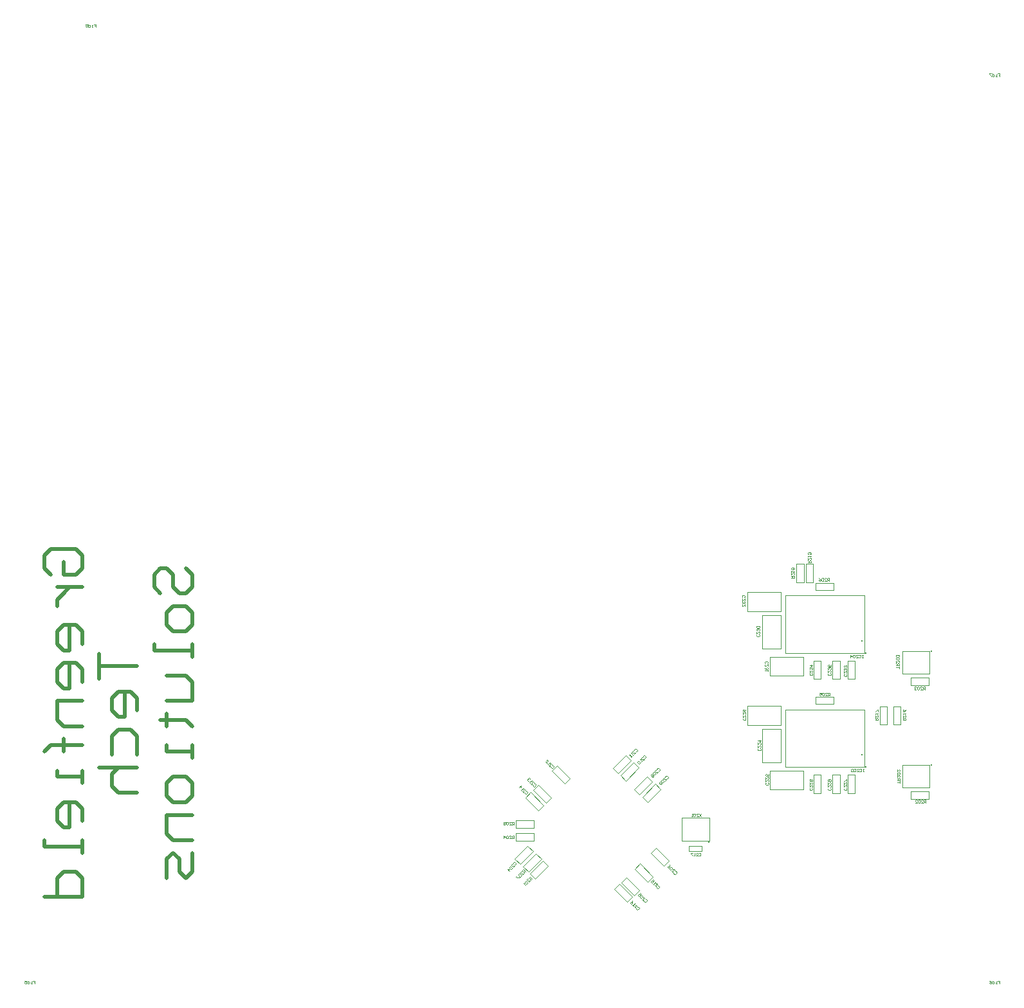
<source format=gbr>
%TF.GenerationSoftware,Altium Limited,Altium Designer,22.2.1 (43)*%
G04 Layer_Color=32896*
%FSLAX26Y26*%
%MOIN*%
%TF.SameCoordinates,92DA24ED-A250-4A13-B4DD-B7D196A9CFE6*%
%TF.FilePolarity,Positive*%
%TF.FileFunction,Legend,Bot*%
%TF.Part,Single*%
G01*
G75*
%TA.AperFunction,NonConductor*%
%ADD97C,0.003937*%
%ADD98C,0.001000*%
%ADD99C,0.001968*%
%ADD100C,0.020000*%
%ADD101C,0.003000*%
%ADD102R,0.009842X0.009842*%
%ADD103R,0.007874X0.007874*%
%ADD104R,0.005906X0.005906*%
D97*
X4952756Y2803150D02*
X5362205D01*
X4952756Y3102362D02*
X5362205D01*
X4952756Y2803150D02*
Y3102362D01*
X5362205Y2803150D02*
Y3102362D01*
X4952756Y2212598D02*
X5362205D01*
X4952756Y2511811D02*
X5362205D01*
X4952756Y2212598D02*
Y2511811D01*
X5362205Y2212598D02*
Y2511811D01*
D98*
X5059740Y3171260D02*
X5097740D01*
X5059740D02*
Y3265748D01*
X5097740D01*
Y3171260D02*
Y3265748D01*
X3618397Y1802747D02*
X3645267Y1775877D01*
X3578454Y1709064D02*
X3645267Y1775877D01*
X3551584Y1735934D02*
X3578454Y1709064D01*
X3551584Y1735934D02*
X3618397Y1802747D01*
X4102765Y1614460D02*
X4129635Y1641330D01*
X4196448Y1574517D01*
X4169578Y1547647D02*
X4196448Y1574517D01*
X4102765Y1614460D02*
X4169578Y1547647D01*
X4256308Y1768003D02*
X4283178Y1794873D01*
X4349991Y1728060D01*
X4323121Y1701190D02*
X4349991Y1728060D01*
X4256308Y1768003D02*
X4323121Y1701190D01*
X4213001Y2058769D02*
X4239871Y2031899D01*
X4213001Y2058769D02*
X4279814Y2125582D01*
X4306684Y2098712D01*
X4239871Y2031899D02*
X4306684Y2098712D01*
X4169694Y2098139D02*
X4196564Y2071269D01*
X4169694Y2098139D02*
X4236507Y2164952D01*
X4263377Y2138082D01*
X4196564Y2071269D02*
X4263377Y2138082D01*
X4098828Y2169005D02*
X4125698Y2142135D01*
X4098828Y2169005D02*
X4165641Y2235818D01*
X4192511Y2208948D01*
X4125698Y2142135D02*
X4192511Y2208948D01*
X4059457Y2208375D02*
X4086328Y2181505D01*
X4059457Y2208375D02*
X4126271Y2275188D01*
X4153141Y2248318D01*
X4086328Y2181505D02*
X4153141Y2248318D01*
X3811310Y2126387D02*
X3838180Y2153257D01*
X3744497Y2193200D02*
X3811310Y2126387D01*
X3744497Y2193200D02*
X3771367Y2220070D01*
X3838180Y2153257D01*
X3712885Y2027961D02*
X3739755Y2054831D01*
X3646072Y2094775D02*
X3712885Y2027961D01*
X3646072Y2094775D02*
X3672942Y2121645D01*
X3739755Y2054831D01*
X3673515Y1988591D02*
X3700385Y2015461D01*
X3606702Y2055405D02*
X3673515Y1988591D01*
X3606702Y2055405D02*
X3633572Y2082275D01*
X3700385Y2015461D01*
X4173631Y1685326D02*
X4200501Y1712196D01*
X4267314Y1645383D01*
X4240444Y1618513D02*
X4267314Y1645383D01*
X4173631Y1685326D02*
X4240444Y1618513D01*
X4067331Y1579027D02*
X4094202Y1605897D01*
X4161015Y1539083D01*
X4134145Y1512213D02*
X4161015Y1539083D01*
X4067331Y1579027D02*
X4134145Y1512213D01*
X4454724Y1778339D02*
X4521654D01*
Y1804339D01*
X4454724D02*
X4521654D01*
X4454724Y1778339D02*
Y1804339D01*
X5276276Y2173228D02*
X5314276D01*
Y2078740D02*
Y2173228D01*
X5276276Y2078740D02*
X5314276D01*
X5276276D02*
Y2173228D01*
X5099110D02*
X5137110D01*
Y2078740D02*
Y2173228D01*
X5099110Y2078740D02*
X5137110D01*
X5099110D02*
Y2173228D01*
X5197535D02*
X5235535D01*
Y2078740D02*
Y2173228D01*
X5197535Y2078740D02*
X5235535D01*
X5197535D02*
Y2173228D01*
X5276276Y2763780D02*
X5314276D01*
Y2669291D02*
Y2763780D01*
X5276276Y2669291D02*
X5314276D01*
X5276276D02*
Y2763780D01*
X5099110D02*
X5137110D01*
Y2669291D02*
Y2763780D01*
X5099110Y2669291D02*
X5137110D01*
X5099110D02*
Y2763780D01*
X5197535D02*
X5235535D01*
Y2669291D02*
Y2763780D01*
X5197535Y2669291D02*
X5235535D01*
X5197535D02*
Y2763780D01*
X5602362Y2047929D02*
Y2085929D01*
X5696850D01*
Y2047929D02*
Y2085929D01*
X5602362Y2047929D02*
X5696850D01*
X5602362Y2638480D02*
Y2676480D01*
X5696850D01*
Y2638480D02*
Y2676480D01*
X5602362Y2638480D02*
X5696850D01*
X5204724Y2540055D02*
Y2578055D01*
X5110236Y2540055D02*
X5204724D01*
X5110236D02*
Y2578055D01*
X5204724D01*
Y3130606D02*
Y3168606D01*
X5110236Y3130606D02*
X5204724D01*
X5110236D02*
Y3168606D01*
X5204724D01*
X3649606Y1898323D02*
Y1936323D01*
X3555118Y1898323D02*
X3649606D01*
X3555118D02*
Y1936323D01*
X3649606D01*
X3594891Y1696564D02*
X3621761Y1669694D01*
X3594891Y1696564D02*
X3661704Y1763377D01*
X3688574Y1736507D01*
X3621761Y1669694D02*
X3688574Y1736507D01*
X3630324Y1661131D02*
X3657194Y1634261D01*
X3630324Y1661131D02*
X3697137Y1727944D01*
X3724007Y1701074D01*
X3657194Y1634261D02*
X3724007Y1701074D01*
X3649606Y1831394D02*
Y1869394D01*
X3555118Y1831394D02*
X3649606D01*
X3555118D02*
Y1869394D01*
X3649606D01*
X5512496Y2433071D02*
X5550496D01*
X5512496D02*
Y2527559D01*
X5550496D01*
Y2433071D02*
Y2527559D01*
X5443598Y2433071D02*
X5481598D01*
X5443598D02*
Y2527559D01*
X5481598D01*
Y2433071D02*
Y2527559D01*
X5010528Y3171260D02*
X5048528D01*
X5010528D02*
Y3265748D01*
X5048528D01*
Y3171260D02*
Y3265748D01*
D99*
X5700787Y2696848D02*
Y2814961D01*
X5559052Y2696848D02*
Y2814961D01*
Y2696848D02*
X5700787D01*
X5559052Y2814961D02*
X5700787D01*
X5047244Y2687008D02*
Y2785433D01*
X4873693Y2687008D02*
X5047244D01*
X4873693D02*
Y2785433D01*
X5047244D01*
X4417318Y1830709D02*
X4559055D01*
X4417318Y1948822D02*
X4559055D01*
X4417318Y1830709D02*
Y1948822D01*
X4559055Y1830709D02*
Y1948822D01*
X4832677Y2409449D02*
X4931102D01*
Y2235898D02*
Y2409449D01*
X4832677Y2235898D02*
X4931102D01*
X4832677D02*
Y2409449D01*
X5047244Y2096457D02*
Y2194882D01*
X4873693Y2096457D02*
X5047244D01*
X4873693D02*
Y2194882D01*
X5047244D01*
X4929134Y2431102D02*
Y2529528D01*
X4755583Y2431102D02*
X4929134D01*
X4755583D02*
Y2529528D01*
X4929134D01*
X4832677Y3000000D02*
X4931102D01*
Y2826449D02*
Y3000000D01*
X4832677Y2826449D02*
X4931102D01*
X4832677D02*
Y3000000D01*
X4929134Y3021654D02*
Y3120079D01*
X4755583Y3021654D02*
X4929134D01*
X4755583D02*
Y3120079D01*
X4929134D01*
X5700787Y2106296D02*
Y2224409D01*
X5559052Y2106296D02*
Y2224409D01*
Y2106296D02*
X5700787D01*
X5559052Y2224409D02*
X5700787D01*
D100*
X1146323Y3211693D02*
X1113526Y3244491D01*
Y3310087D01*
X1146323Y3342885D01*
X1277515D01*
X1310312Y3310087D01*
Y3244491D01*
X1277515Y3211693D01*
X1211919D01*
Y3277289D01*
X1179121Y3146098D02*
X1310312D01*
X1244717D01*
X1211919Y3113300D01*
X1179121Y3080502D01*
Y3047704D01*
X1310312Y2850918D02*
Y2916513D01*
X1277515Y2949311D01*
X1211919D01*
X1179121Y2916513D01*
Y2850918D01*
X1211919Y2818120D01*
X1244717D01*
Y2949311D01*
X1310312Y2654131D02*
Y2719726D01*
X1277515Y2752524D01*
X1211919D01*
X1179121Y2719726D01*
Y2654131D01*
X1211919Y2621333D01*
X1244717D01*
Y2752524D01*
X1310312Y2555737D02*
X1179121D01*
Y2457344D01*
X1211919Y2424546D01*
X1310312D01*
Y2326153D02*
X1146323D01*
X1211919D01*
Y2358950D01*
Y2293355D01*
Y2326153D01*
X1146323D01*
X1113526Y2293355D01*
X1310312Y2194961D02*
Y2129366D01*
Y2162164D01*
X1179121D01*
Y2194961D01*
X1310312Y1932579D02*
Y1998175D01*
X1277515Y2030973D01*
X1211919D01*
X1179121Y1998175D01*
Y1932579D01*
X1211919Y1899781D01*
X1244717D01*
Y2030973D01*
X1310312Y1834186D02*
Y1768590D01*
Y1801388D01*
X1113526D01*
Y1834186D01*
Y1539005D02*
X1310312D01*
Y1637399D01*
X1277515Y1670197D01*
X1211919D01*
X1179121Y1637399D01*
Y1539005D01*
X1397670Y2801721D02*
Y2670530D01*
Y2736125D01*
X1594457D01*
Y2506541D02*
Y2572136D01*
X1561659Y2604934D01*
X1496063D01*
X1463265Y2572136D01*
Y2506541D01*
X1496063Y2473743D01*
X1528861D01*
Y2604934D01*
X1463265Y2276956D02*
Y2375349D01*
X1496063Y2408147D01*
X1561659D01*
X1594457Y2375349D01*
Y2276956D01*
X1397670Y2211360D02*
X1594457D01*
X1496063D01*
X1463265Y2178563D01*
Y2112967D01*
X1496063Y2080169D01*
X1594457D01*
X1714612Y3113300D02*
X1681814Y3146098D01*
Y3211693D01*
X1714612Y3244491D01*
X1747410D01*
X1780207Y3211693D01*
Y3146098D01*
X1813005Y3113300D01*
X1845803D01*
X1878601Y3146098D01*
Y3211693D01*
X1845803Y3244491D01*
X1878601Y3014907D02*
Y2949311D01*
X1845803Y2916513D01*
X1780207D01*
X1747410Y2949311D01*
Y3014907D01*
X1780207Y3047704D01*
X1845803D01*
X1878601Y3014907D01*
Y2850918D02*
Y2785322D01*
Y2818120D01*
X1681814D01*
Y2850918D01*
X1747410Y2686928D02*
X1845803D01*
X1878601Y2654131D01*
Y2555737D01*
X1747410D01*
X1714612Y2457344D02*
X1747410D01*
Y2490142D01*
Y2424546D01*
Y2457344D01*
X1845803D01*
X1878601Y2424546D01*
Y2326153D02*
Y2260557D01*
Y2293355D01*
X1747410D01*
Y2326153D01*
X1878601Y2129366D02*
Y2063770D01*
X1845803Y2030973D01*
X1780207D01*
X1747410Y2063770D01*
Y2129366D01*
X1780207Y2162164D01*
X1845803D01*
X1878601Y2129366D01*
Y1965377D02*
X1747410D01*
Y1866984D01*
X1780207Y1834186D01*
X1878601D01*
Y1768590D02*
Y1670197D01*
X1845803Y1637399D01*
X1813005Y1670197D01*
Y1735792D01*
X1780207Y1768590D01*
X1747410Y1735792D01*
Y1637399D01*
D101*
X5071502Y3273758D02*
X5086498D01*
Y3281256D01*
X5083998Y3283755D01*
X5079000D01*
X5076501Y3281256D01*
Y3273758D01*
Y3278757D02*
X5071502Y3283755D01*
Y3298750D02*
Y3288754D01*
X5081499Y3298750D01*
X5083998D01*
X5086498Y3296251D01*
Y3291253D01*
X5083998Y3288754D01*
X5071502Y3303749D02*
Y3308747D01*
Y3306248D01*
X5086498D01*
X5083998Y3303749D01*
X5074002Y3316245D02*
X5071502Y3318744D01*
Y3323742D01*
X5074002Y3326242D01*
X5083998D01*
X5086498Y3323742D01*
Y3318744D01*
X5083998Y3316245D01*
X5081499D01*
X5079000Y3318744D01*
Y3326242D01*
X4984502Y3194758D02*
X4999498D01*
Y3202256D01*
X4996998Y3204755D01*
X4992000D01*
X4989501Y3202256D01*
Y3194758D01*
Y3199757D02*
X4984502Y3204755D01*
Y3219750D02*
Y3209754D01*
X4994499Y3219750D01*
X4996998D01*
X4999498Y3217251D01*
Y3212253D01*
X4996998Y3209754D01*
X4984502Y3224749D02*
Y3229747D01*
Y3227248D01*
X4999498D01*
X4996998Y3224749D01*
Y3237245D02*
X4999498Y3239744D01*
Y3244742D01*
X4996998Y3247242D01*
X4994499D01*
X4992000Y3244742D01*
X4989501Y3247242D01*
X4987002D01*
X4984502Y3244742D01*
Y3239744D01*
X4987002Y3237245D01*
X4989501D01*
X4992000Y3239744D01*
X4994499Y3237245D01*
X4996998D01*
X4992000Y3239744D02*
Y3244742D01*
X5418502Y2456758D02*
X5433498D01*
Y2464256D01*
X5430998Y2466755D01*
X5426000D01*
X5423501Y2464256D01*
Y2456758D01*
Y2461757D02*
X5418502Y2466755D01*
Y2481750D02*
Y2471754D01*
X5428499Y2481750D01*
X5430998D01*
X5433498Y2479251D01*
Y2474253D01*
X5430998Y2471754D01*
X5418502Y2486749D02*
Y2491747D01*
Y2489248D01*
X5433498D01*
X5430998Y2486749D01*
X5433498Y2499245D02*
Y2509242D01*
X5430998D01*
X5421002Y2499245D01*
X5418502D01*
X5562502Y2456758D02*
X5577498D01*
Y2464256D01*
X5574998Y2466755D01*
X5570000D01*
X5567501Y2464256D01*
Y2456758D01*
Y2461757D02*
X5562502Y2466755D01*
Y2481750D02*
Y2471754D01*
X5572499Y2481750D01*
X5574998D01*
X5577498Y2479251D01*
Y2474253D01*
X5574998Y2471754D01*
X5562502Y2486749D02*
Y2491747D01*
Y2489248D01*
X5577498D01*
X5574998Y2486749D01*
X5577498Y2509242D02*
X5574998Y2504243D01*
X5570000Y2499245D01*
X5565002D01*
X5562502Y2501744D01*
Y2506742D01*
X5565002Y2509242D01*
X5567501D01*
X5570000Y2506742D01*
Y2499245D01*
X1368771Y6065432D02*
X1378768D01*
Y6057935D01*
X1373769D01*
X1378768D01*
Y6050437D01*
X1363773D02*
X1358774D01*
X1361273D01*
Y6060434D01*
X1363773D01*
X1341280Y6065432D02*
Y6050437D01*
X1348777D01*
X1351276Y6052936D01*
Y6057935D01*
X1348777Y6060434D01*
X1341280D01*
X1336281Y6062933D02*
X1333782Y6065432D01*
X1328784D01*
X1326284Y6062933D01*
Y6060434D01*
X1328784Y6057935D01*
X1326284Y6055435D01*
Y6052936D01*
X1328784Y6050437D01*
X1333782D01*
X1336281Y6052936D01*
Y6055435D01*
X1333782Y6057935D01*
X1336281Y6060434D01*
Y6062933D01*
X1333782Y6057935D02*
X1328784D01*
X6053810Y5809527D02*
X6063807D01*
Y5802029D01*
X6058809D01*
X6063807D01*
Y5794532D01*
X6048812D02*
X6043814D01*
X6046313D01*
Y5804528D01*
X6048812D01*
X6026319Y5809527D02*
Y5794532D01*
X6033817D01*
X6036316Y5797031D01*
Y5802029D01*
X6033817Y5804528D01*
X6026319D01*
X6021321Y5809527D02*
X6011324D01*
Y5807028D01*
X6021321Y5797031D01*
Y5794532D01*
X6053810Y1104802D02*
X6063807D01*
Y1097305D01*
X6058809D01*
X6063807D01*
Y1089807D01*
X6048812D02*
X6043814D01*
X6046313D01*
Y1099804D01*
X6048812D01*
X6026319Y1104802D02*
Y1089807D01*
X6033817D01*
X6036316Y1092306D01*
Y1097305D01*
X6033817Y1099804D01*
X6026319D01*
X6011324Y1104802D02*
X6016322Y1102303D01*
X6021321Y1097305D01*
Y1092306D01*
X6018822Y1089807D01*
X6013823D01*
X6011324Y1092306D01*
Y1094805D01*
X6013823Y1097305D01*
X6021321D01*
X1053810Y1104802D02*
X1063807D01*
Y1097305D01*
X1058809D01*
X1063807D01*
Y1089807D01*
X1048812D02*
X1043813D01*
X1046313D01*
Y1099804D01*
X1048812D01*
X1026319Y1104802D02*
Y1089807D01*
X1033817D01*
X1036316Y1092306D01*
Y1097305D01*
X1033817Y1099804D01*
X1026319D01*
X1011324Y1104802D02*
X1021321D01*
Y1097305D01*
X1016322Y1099804D01*
X1013823D01*
X1011324Y1097305D01*
Y1092306D01*
X1013823Y1089807D01*
X1018822D01*
X1021321Y1092306D01*
X4849332Y2751216D02*
X4846833Y2753715D01*
Y2758713D01*
X4849332Y2761213D01*
X4859329D01*
X4861828Y2758713D01*
Y2753715D01*
X4859329Y2751216D01*
X4861828Y2736220D02*
Y2746217D01*
X4851831Y2736220D01*
X4849332D01*
X4846833Y2738720D01*
Y2743718D01*
X4849332Y2746217D01*
Y2731222D02*
X4846833Y2728723D01*
Y2723724D01*
X4849332Y2721225D01*
X4851831D01*
X4854331Y2723724D01*
Y2726224D01*
Y2723724D01*
X4856830Y2721225D01*
X4859329D01*
X4861828Y2723724D01*
Y2728723D01*
X4859329Y2731222D01*
X4861828Y2716227D02*
Y2711229D01*
Y2713728D01*
X4846833D01*
X4849332Y2716227D01*
X3547176Y1842896D02*
Y1857891D01*
X3539679D01*
X3537179Y1855392D01*
Y1850394D01*
X3539679Y1847895D01*
X3547176D01*
X3542178D02*
X3537179Y1842896D01*
X3522184D02*
X3532181D01*
X3522184Y1852893D01*
Y1855392D01*
X3524683Y1857891D01*
X3529682D01*
X3532181Y1855392D01*
X3517186D02*
X3514687Y1857891D01*
X3509688D01*
X3507189Y1855392D01*
Y1845395D01*
X3509688Y1842896D01*
X3514687D01*
X3517186Y1845395D01*
Y1855392D01*
X3494693Y1842896D02*
Y1857891D01*
X3502191Y1850394D01*
X3492194D01*
X3641084Y1634418D02*
X3630481Y1645021D01*
X3625179Y1639719D01*
Y1636185D01*
X3628713Y1632650D01*
X3632248D01*
X3637549Y1637952D01*
X3634015Y1634418D02*
Y1627349D01*
X3623412Y1616746D02*
X3630481Y1623814D01*
X3616343D01*
X3614576Y1625582D01*
Y1629116D01*
X3618110Y1632650D01*
X3621644D01*
X3611041Y1622047D02*
X3607507D01*
X3603972Y1618513D01*
Y1614978D01*
X3611041Y1607910D01*
X3614576D01*
X3618110Y1611444D01*
Y1614978D01*
X3611041Y1622047D01*
X3609274Y1602608D02*
X3605740Y1599074D01*
X3607507Y1600841D01*
X3596904Y1611444D01*
X3600438D01*
X3607418Y1671618D02*
X3596815Y1682221D01*
X3591513Y1676919D01*
Y1673385D01*
X3595048Y1669851D01*
X3598582D01*
X3603884Y1675152D01*
X3600349Y1671618D02*
Y1664549D01*
X3589746Y1653946D02*
X3596815Y1661015D01*
X3582677D01*
X3580910Y1662782D01*
Y1666316D01*
X3584444Y1669851D01*
X3587979D01*
X3577376Y1659247D02*
X3573841D01*
X3570307Y1655713D01*
Y1652179D01*
X3577376Y1645110D01*
X3580910D01*
X3584444Y1648644D01*
Y1652179D01*
X3577376Y1659247D01*
X3565005Y1650411D02*
X3557936Y1643343D01*
X3559704Y1641575D01*
X3573841D01*
X3575608Y1639808D01*
X3547176Y1913762D02*
Y1928757D01*
X3539679D01*
X3537179Y1926258D01*
Y1921260D01*
X3539679Y1918761D01*
X3547176D01*
X3542178D02*
X3537179Y1913762D01*
X3522184D02*
X3532181D01*
X3522184Y1923759D01*
Y1926258D01*
X3524683Y1928757D01*
X3529682D01*
X3532181Y1926258D01*
X3517186D02*
X3514687Y1928757D01*
X3509688D01*
X3507189Y1926258D01*
Y1916261D01*
X3509688Y1913762D01*
X3514687D01*
X3517186Y1916261D01*
Y1926258D01*
X3502191D02*
X3499691Y1928757D01*
X3494693D01*
X3492194Y1926258D01*
Y1923759D01*
X3494693Y1921260D01*
X3492194Y1918761D01*
Y1916261D01*
X3494693Y1913762D01*
X3499691D01*
X3502191Y1916261D01*
Y1918761D01*
X3499691Y1921260D01*
X3502191Y1923759D01*
Y1926258D01*
X3499691Y1921260D02*
X3494693D01*
X5181034Y3177542D02*
Y3192537D01*
X5173537D01*
X5171038Y3190038D01*
Y3185039D01*
X5173537Y3182540D01*
X5181034D01*
X5176036D02*
X5171038Y3177542D01*
X5156042D02*
X5166039D01*
X5156042Y3187539D01*
Y3190038D01*
X5158542Y3192537D01*
X5163540D01*
X5166039Y3190038D01*
X5151044D02*
X5148545Y3192537D01*
X5143547D01*
X5141047Y3190038D01*
Y3180041D01*
X5143547Y3177542D01*
X5148545D01*
X5151044Y3180041D01*
Y3190038D01*
X5126052Y3192537D02*
X5131051Y3190038D01*
X5136049Y3185039D01*
Y3180041D01*
X5133550Y3177542D01*
X5128551D01*
X5126052Y3180041D01*
Y3182540D01*
X5128551Y3185039D01*
X5136049D01*
X5184971Y2583054D02*
Y2598049D01*
X5177474D01*
X5174975Y2595550D01*
Y2590551D01*
X5177474Y2588052D01*
X5184971D01*
X5179973D02*
X5174975Y2583054D01*
X5159980D02*
X5169976D01*
X5159980Y2593050D01*
Y2595550D01*
X5162479Y2598049D01*
X5167477D01*
X5169976Y2595550D01*
X5154981D02*
X5152482Y2598049D01*
X5147484D01*
X5144984Y2595550D01*
Y2585553D01*
X5147484Y2583054D01*
X5152482D01*
X5154981Y2585553D01*
Y2595550D01*
X5129989Y2598049D02*
X5139986D01*
Y2590551D01*
X5134988Y2593050D01*
X5132488D01*
X5129989Y2590551D01*
Y2585553D01*
X5132488Y2583054D01*
X5137487D01*
X5139986Y2585553D01*
X5542931Y2724854D02*
Y2734850D01*
Y2729852D01*
X5527935D01*
Y2739849D02*
X5542931D01*
Y2747346D01*
X5540431Y2749845D01*
X5535433D01*
X5532934Y2747346D01*
Y2739849D01*
Y2744847D02*
X5527935Y2749845D01*
Y2764841D02*
Y2754844D01*
X5537932Y2764841D01*
X5540431D01*
X5542931Y2762341D01*
Y2757343D01*
X5540431Y2754844D01*
Y2769839D02*
X5542931Y2772338D01*
Y2777337D01*
X5540431Y2779836D01*
X5530435D01*
X5527935Y2777337D01*
Y2772338D01*
X5530435Y2769839D01*
X5540431D01*
Y2784834D02*
X5542931Y2787334D01*
Y2792332D01*
X5540431Y2794831D01*
X5537932D01*
X5535433Y2792332D01*
Y2789833D01*
Y2792332D01*
X5532934Y2794831D01*
X5530435D01*
X5527935Y2792332D01*
Y2787334D01*
X5530435Y2784834D01*
X5546868Y2130365D02*
Y2140362D01*
Y2135364D01*
X5531873D01*
Y2145360D02*
X5546868D01*
Y2152858D01*
X5544368Y2155357D01*
X5539370D01*
X5536871Y2152858D01*
Y2145360D01*
Y2150359D02*
X5531873Y2155357D01*
Y2170352D02*
Y2160356D01*
X5541869Y2170352D01*
X5544368D01*
X5546868Y2167853D01*
Y2162855D01*
X5544368Y2160356D01*
Y2175351D02*
X5546868Y2177850D01*
Y2182849D01*
X5544368Y2185348D01*
X5534372D01*
X5531873Y2182849D01*
Y2177850D01*
X5534372Y2175351D01*
X5544368D01*
X5531873Y2200343D02*
Y2190346D01*
X5541869Y2200343D01*
X5544368D01*
X5546868Y2197844D01*
Y2192845D01*
X5544368Y2190346D01*
X5677097Y2614550D02*
Y2629545D01*
X5669600D01*
X5667101Y2627046D01*
Y2622047D01*
X5669600Y2619548D01*
X5677097D01*
X5672099D02*
X5667101Y2614550D01*
X5652105D02*
X5662102D01*
X5652105Y2624546D01*
Y2627046D01*
X5654605Y2629545D01*
X5659603D01*
X5662102Y2627046D01*
X5647107D02*
X5644608Y2629545D01*
X5639609D01*
X5637110Y2627046D01*
Y2617049D01*
X5639609Y2614550D01*
X5644608D01*
X5647107Y2617049D01*
Y2627046D01*
X5632112D02*
X5629613Y2629545D01*
X5624614D01*
X5622115Y2627046D01*
Y2624546D01*
X5624614Y2622047D01*
X5627114D01*
X5624614D01*
X5622115Y2619548D01*
Y2617049D01*
X5624614Y2614550D01*
X5629613D01*
X5632112Y2617049D01*
X5681034Y2027936D02*
Y2042931D01*
X5673537D01*
X5671038Y2040431D01*
Y2035433D01*
X5673537Y2032934D01*
X5681034D01*
X5676036D02*
X5671038Y2027936D01*
X5656042D02*
X5666039D01*
X5656042Y2037932D01*
Y2040431D01*
X5658542Y2042931D01*
X5663540D01*
X5666039Y2040431D01*
X5651044D02*
X5648545Y2042931D01*
X5643547D01*
X5641047Y2040431D01*
Y2030435D01*
X5643547Y2027936D01*
X5648545D01*
X5651044Y2030435D01*
Y2040431D01*
X5626052Y2027936D02*
X5636049D01*
X5626052Y2037932D01*
Y2040431D01*
X5628551Y2042931D01*
X5633550D01*
X5636049Y2040431D01*
X5356574Y2794899D02*
X5351575D01*
X5354075D01*
Y2779904D01*
X5356574D01*
X5351575D01*
X5334081Y2792400D02*
X5336580Y2794899D01*
X5341579D01*
X5344078Y2792400D01*
Y2782403D01*
X5341579Y2779904D01*
X5336580D01*
X5334081Y2782403D01*
X5319086Y2779904D02*
X5329083D01*
X5319086Y2789901D01*
Y2792400D01*
X5321585Y2794899D01*
X5326583D01*
X5329083Y2792400D01*
X5314087D02*
X5311588Y2794899D01*
X5306590D01*
X5304091Y2792400D01*
Y2782403D01*
X5306590Y2779904D01*
X5311588D01*
X5314087Y2782403D01*
Y2792400D01*
X5291595Y2779904D02*
Y2794899D01*
X5299092Y2787402D01*
X5289095D01*
X5360511Y2204348D02*
X5355512D01*
X5358012D01*
Y2189353D01*
X5360511D01*
X5355512D01*
X5338018Y2201849D02*
X5340517Y2204348D01*
X5345516D01*
X5348015Y2201849D01*
Y2191852D01*
X5345516Y2189353D01*
X5340517D01*
X5338018Y2191852D01*
X5323023Y2189353D02*
X5333020D01*
X5323023Y2199350D01*
Y2201849D01*
X5325522Y2204348D01*
X5330520D01*
X5333020Y2201849D01*
X5318025D02*
X5315525Y2204348D01*
X5310527D01*
X5308028Y2201849D01*
Y2191852D01*
X5310527Y2189353D01*
X5315525D01*
X5318025Y2191852D01*
Y2201849D01*
X5303029D02*
X5300530Y2204348D01*
X5295532D01*
X5293033Y2201849D01*
Y2199350D01*
X5295532Y2196850D01*
X5298031D01*
X5295532D01*
X5293033Y2194351D01*
Y2191852D01*
X5295532Y2189353D01*
X5300530D01*
X5303029Y2191852D01*
X5186101Y2699041D02*
X5188600Y2696542D01*
Y2691543D01*
X5186101Y2689044D01*
X5176104D01*
X5173605Y2691543D01*
Y2696542D01*
X5176104Y2699041D01*
X5173605Y2714036D02*
Y2704039D01*
X5183602Y2714036D01*
X5186101D01*
X5188600Y2711537D01*
Y2706539D01*
X5186101Y2704039D01*
Y2719035D02*
X5188600Y2721534D01*
Y2726532D01*
X5186101Y2729031D01*
X5183602D01*
X5181102Y2726532D01*
Y2724033D01*
Y2726532D01*
X5178603Y2729031D01*
X5176104D01*
X5173605Y2726532D01*
Y2721534D01*
X5176104Y2719035D01*
X5188600Y2744027D02*
Y2734030D01*
X5181102D01*
X5183602Y2739028D01*
Y2741527D01*
X5181102Y2744027D01*
X5176104D01*
X5173605Y2741527D01*
Y2736529D01*
X5176104Y2734030D01*
X5091613Y2699041D02*
X5094112Y2696542D01*
Y2691543D01*
X5091613Y2689044D01*
X5081616D01*
X5079117Y2691543D01*
Y2696542D01*
X5081616Y2699041D01*
X5079117Y2714036D02*
Y2704039D01*
X5089113Y2714036D01*
X5091613D01*
X5094112Y2711537D01*
Y2706539D01*
X5091613Y2704039D01*
Y2719035D02*
X5094112Y2721534D01*
Y2726532D01*
X5091613Y2729031D01*
X5089113D01*
X5086614Y2726532D01*
Y2724033D01*
Y2726532D01*
X5084115Y2729031D01*
X5081616D01*
X5079117Y2726532D01*
Y2721534D01*
X5081616Y2719035D01*
X5079117Y2741527D02*
X5094112D01*
X5086614Y2734030D01*
Y2744027D01*
X5268778Y2695104D02*
X5271277Y2692605D01*
Y2687606D01*
X5268778Y2685107D01*
X5258781D01*
X5256282Y2687606D01*
Y2692605D01*
X5258781Y2695104D01*
X5256282Y2710099D02*
Y2700102D01*
X5266279Y2710099D01*
X5268778D01*
X5271277Y2707600D01*
Y2702602D01*
X5268778Y2700102D01*
Y2715097D02*
X5271277Y2717597D01*
Y2722595D01*
X5268778Y2725094D01*
X5266279D01*
X5263780Y2722595D01*
Y2720096D01*
Y2722595D01*
X5261280Y2725094D01*
X5258781D01*
X5256282Y2722595D01*
Y2717597D01*
X5258781Y2715097D01*
X5268778Y2730093D02*
X5271277Y2732592D01*
Y2737590D01*
X5268778Y2740090D01*
X5266279D01*
X5263780Y2737590D01*
Y2735091D01*
Y2737590D01*
X5261280Y2740090D01*
X5258781D01*
X5256282Y2737590D01*
Y2732592D01*
X5258781Y2730093D01*
X4731222Y3092298D02*
X4728723Y3094797D01*
Y3099795D01*
X4731222Y3102294D01*
X4741219D01*
X4743718Y3099795D01*
Y3094797D01*
X4741219Y3092298D01*
X4743718Y3077302D02*
Y3087299D01*
X4733721Y3077302D01*
X4731222D01*
X4728723Y3079802D01*
Y3084800D01*
X4731222Y3087299D01*
Y3072304D02*
X4728723Y3069805D01*
Y3064806D01*
X4731222Y3062307D01*
X4733721D01*
X4736220Y3064806D01*
Y3067305D01*
Y3064806D01*
X4738720Y3062307D01*
X4741219D01*
X4743718Y3064806D01*
Y3069805D01*
X4741219Y3072304D01*
X4743718Y3047312D02*
Y3057309D01*
X4733721Y3047312D01*
X4731222D01*
X4728723Y3049811D01*
Y3054809D01*
X4731222Y3057309D01*
X4816022Y2899828D02*
X4818521Y2897329D01*
Y2892331D01*
X4816022Y2889832D01*
X4806025D01*
X4803526Y2892331D01*
Y2897329D01*
X4806025Y2899828D01*
X4803526Y2914824D02*
Y2904827D01*
X4813523Y2914824D01*
X4816022D01*
X4818521Y2912324D01*
Y2907326D01*
X4816022Y2904827D01*
Y2919822D02*
X4818521Y2922321D01*
Y2927320D01*
X4816022Y2929819D01*
X4813523D01*
X4811024Y2927320D01*
Y2924820D01*
Y2927320D01*
X4808524Y2929819D01*
X4806025D01*
X4803526Y2927320D01*
Y2922321D01*
X4806025Y2919822D01*
X4816022Y2934817D02*
X4818521Y2937316D01*
Y2942315D01*
X4816022Y2944814D01*
X4806025D01*
X4803526Y2942315D01*
Y2937316D01*
X4806025Y2934817D01*
X4816022D01*
X5186101Y2104553D02*
X5188600Y2102054D01*
Y2097055D01*
X5186101Y2094556D01*
X5176104D01*
X5173605Y2097055D01*
Y2102054D01*
X5176104Y2104553D01*
X5173605Y2119548D02*
Y2109551D01*
X5183602Y2119548D01*
X5186101D01*
X5188600Y2117049D01*
Y2112050D01*
X5186101Y2109551D01*
X5173605Y2134543D02*
Y2124546D01*
X5183602Y2134543D01*
X5186101D01*
X5188600Y2132044D01*
Y2127046D01*
X5186101Y2124546D01*
X5176104Y2139542D02*
X5173605Y2142041D01*
Y2147039D01*
X5176104Y2149538D01*
X5186101D01*
X5188600Y2147039D01*
Y2142041D01*
X5186101Y2139542D01*
X5183602D01*
X5181102Y2142041D01*
Y2149538D01*
X5091613Y2104553D02*
X5094112Y2102054D01*
Y2097055D01*
X5091613Y2094556D01*
X5081616D01*
X5079117Y2097055D01*
Y2102054D01*
X5081616Y2104553D01*
X5079117Y2119548D02*
Y2109551D01*
X5089113Y2119548D01*
X5091613D01*
X5094112Y2117049D01*
Y2112050D01*
X5091613Y2109551D01*
X5079117Y2134543D02*
Y2124546D01*
X5089113Y2134543D01*
X5091613D01*
X5094112Y2132044D01*
Y2127046D01*
X5091613Y2124546D01*
Y2139542D02*
X5094112Y2142041D01*
Y2147039D01*
X5091613Y2149538D01*
X5089113D01*
X5086614Y2147039D01*
X5084115Y2149538D01*
X5081616D01*
X5079117Y2147039D01*
Y2142041D01*
X5081616Y2139542D01*
X5084115D01*
X5086614Y2142041D01*
X5089113Y2139542D01*
X5091613D01*
X5086614Y2142041D02*
Y2147039D01*
X5268778Y2104553D02*
X5271277Y2102053D01*
Y2097055D01*
X5268778Y2094556D01*
X5258781D01*
X5256282Y2097055D01*
Y2102053D01*
X5258781Y2104553D01*
X5256282Y2119548D02*
Y2109551D01*
X5266279Y2119548D01*
X5268778D01*
X5271277Y2117049D01*
Y2112050D01*
X5268778Y2109551D01*
X5256282Y2134543D02*
Y2124546D01*
X5266279Y2134543D01*
X5268778D01*
X5271277Y2132044D01*
Y2127046D01*
X5268778Y2124546D01*
X5271277Y2139541D02*
Y2149538D01*
X5268778D01*
X5258781Y2139541D01*
X5256282D01*
X4745156Y2466758D02*
X4747655Y2464258D01*
Y2459260D01*
X4745156Y2456761D01*
X4735159D01*
X4732660Y2459260D01*
Y2464258D01*
X4735159Y2466758D01*
X4732660Y2481753D02*
Y2471756D01*
X4742657Y2481753D01*
X4745156D01*
X4747655Y2479253D01*
Y2474255D01*
X4745156Y2471756D01*
X4732660Y2496748D02*
Y2486751D01*
X4742657Y2496748D01*
X4745156D01*
X4747655Y2494249D01*
Y2489250D01*
X4745156Y2486751D01*
X4747655Y2511743D02*
X4745156Y2506745D01*
X4740158Y2501746D01*
X4735159D01*
X4732660Y2504245D01*
Y2509244D01*
X4735159Y2511743D01*
X4737658D01*
X4740158Y2509244D01*
Y2501746D01*
X4863266Y2132112D02*
X4865765Y2129613D01*
Y2124614D01*
X4863266Y2122115D01*
X4853269D01*
X4850770Y2124614D01*
Y2129613D01*
X4853269Y2132112D01*
X4850770Y2147107D02*
Y2137110D01*
X4860767Y2147107D01*
X4863266D01*
X4865765Y2144608D01*
Y2139609D01*
X4863266Y2137110D01*
X4850770Y2162102D02*
Y2152105D01*
X4860767Y2162102D01*
X4863266D01*
X4865765Y2159603D01*
Y2154604D01*
X4863266Y2152105D01*
X4865765Y2177097D02*
Y2167101D01*
X4858268D01*
X4860767Y2172099D01*
Y2174598D01*
X4858268Y2177097D01*
X4853269D01*
X4850770Y2174598D01*
Y2169600D01*
X4853269Y2167101D01*
X4823896Y2309277D02*
X4826395Y2306778D01*
Y2301780D01*
X4823896Y2299280D01*
X4813899D01*
X4811400Y2301780D01*
Y2306778D01*
X4813899Y2309277D01*
X4811400Y2324272D02*
Y2314276D01*
X4821397Y2324272D01*
X4823896D01*
X4826395Y2321773D01*
Y2316775D01*
X4823896Y2314276D01*
X4811400Y2339268D02*
Y2329271D01*
X4821397Y2339268D01*
X4823896D01*
X4826395Y2336768D01*
Y2331770D01*
X4823896Y2329271D01*
X4811400Y2351764D02*
X4826395D01*
X4818898Y2344266D01*
Y2354263D01*
X4517118Y1972064D02*
X4507121Y1957069D01*
Y1972064D02*
X4517118Y1957069D01*
X4492126D02*
X4502123D01*
X4492126Y1967066D01*
Y1969565D01*
X4494625Y1972064D01*
X4499624D01*
X4502123Y1969565D01*
X4487128D02*
X4484628Y1972064D01*
X4479630D01*
X4477131Y1969565D01*
Y1959569D01*
X4479630Y1957069D01*
X4484628D01*
X4487128Y1959569D01*
Y1969565D01*
X4472132Y1957069D02*
X4467134D01*
X4469633D01*
Y1972064D01*
X4472132Y1969565D01*
X4504434Y1764841D02*
X4506933Y1767340D01*
X4511931D01*
X4514431Y1764841D01*
Y1754844D01*
X4511931Y1752345D01*
X4506933D01*
X4504434Y1754844D01*
X4489439Y1752345D02*
X4499435D01*
X4489439Y1762342D01*
Y1764841D01*
X4491938Y1767340D01*
X4496936D01*
X4499435Y1764841D01*
X4484440Y1752345D02*
X4479442D01*
X4481941D01*
Y1767340D01*
X4484440Y1764841D01*
X4471944Y1767340D02*
X4461947D01*
Y1764841D01*
X4471944Y1754844D01*
Y1752345D01*
X4188250Y1488111D02*
X4191784D01*
X4195318Y1484576D01*
Y1481042D01*
X4188250Y1473973D01*
X4184715D01*
X4181181Y1477507D01*
Y1481042D01*
X4168810Y1489878D02*
X4175879Y1482809D01*
Y1496947D01*
X4177646Y1498714D01*
X4181181D01*
X4184715Y1495179D01*
Y1491645D01*
X4165276Y1493412D02*
X4161742Y1496947D01*
X4163509Y1495179D01*
X4174112Y1505783D01*
Y1502248D01*
X4159974Y1519920D02*
X4161742Y1514619D01*
Y1507550D01*
X4158207Y1504015D01*
X4154673D01*
X4151138Y1507550D01*
Y1511084D01*
X4152906Y1512851D01*
X4156440D01*
X4161742Y1507550D01*
X4294549Y1598347D02*
X4298083D01*
X4301618Y1594812D01*
Y1591278D01*
X4294549Y1584209D01*
X4291015D01*
X4287480Y1587744D01*
Y1591278D01*
X4275110Y1600114D02*
X4282178Y1593045D01*
Y1607183D01*
X4283946Y1608950D01*
X4287480D01*
X4291015Y1605416D01*
Y1601881D01*
X4271575Y1603648D02*
X4268041Y1607183D01*
X4269808Y1605416D01*
X4280411Y1616019D01*
Y1612484D01*
X4266274Y1630156D02*
X4273342Y1623088D01*
X4268041Y1617786D01*
X4266274Y1623088D01*
X4264507Y1624855D01*
X4260972D01*
X4257438Y1621320D01*
Y1617786D01*
X4260972Y1614252D01*
X4264507D01*
X3609510Y2086536D02*
X3613044D01*
X3616578Y2083001D01*
Y2079467D01*
X3609510Y2072398D01*
X3605975D01*
X3602441Y2075933D01*
Y2079467D01*
X3590070Y2088303D02*
X3597139Y2081234D01*
Y2095372D01*
X3598906Y2097139D01*
X3602441D01*
X3605975Y2093605D01*
Y2090070D01*
X3586536Y2091837D02*
X3583001Y2095372D01*
X3584769Y2093605D01*
X3595372Y2104208D01*
Y2100673D01*
X3572398Y2105975D02*
X3583001Y2116578D01*
Y2105975D01*
X3575933Y2113044D01*
X3652816Y2125906D02*
X3656351D01*
X3659885Y2122372D01*
Y2118837D01*
X3652816Y2111768D01*
X3649282D01*
X3645748Y2115303D01*
Y2118837D01*
X3633377Y2127673D02*
X3640446Y2120604D01*
Y2134742D01*
X3642213Y2136509D01*
X3645748D01*
X3649282Y2132975D01*
Y2129440D01*
X3629843Y2131207D02*
X3626309Y2134742D01*
X3628076Y2132975D01*
X3638679Y2143578D01*
Y2140044D01*
X3629843Y2148880D02*
Y2152414D01*
X3626309Y2155948D01*
X3622774D01*
X3621007Y2154181D01*
Y2150647D01*
X3622774Y2148880D01*
X3621007Y2150647D01*
X3617472D01*
X3615705Y2148880D01*
Y2145345D01*
X3619240Y2141811D01*
X3622774D01*
X3747305Y2220394D02*
X3750839D01*
X3754374Y2216860D01*
Y2213325D01*
X3747305Y2206256D01*
X3743770D01*
X3740236Y2209791D01*
Y2213325D01*
X3727866Y2222161D02*
X3734934Y2215092D01*
Y2229230D01*
X3736702Y2230997D01*
X3740236D01*
X3743770Y2227463D01*
Y2223928D01*
X3724331Y2225696D02*
X3720797Y2229230D01*
X3722564Y2227463D01*
X3733167Y2238066D01*
Y2234532D01*
X3708426Y2241600D02*
X3715495Y2234532D01*
Y2248669D01*
X3717262Y2250436D01*
X3720797D01*
X3724331Y2246902D01*
Y2243368D01*
X4171539Y2300656D02*
Y2304190D01*
X4175074Y2307724D01*
X4178608D01*
X4185677Y2300656D01*
Y2297121D01*
X4182143Y2293587D01*
X4178608D01*
X4169772Y2281216D02*
X4176841Y2288285D01*
X4162703D01*
X4160936Y2290052D01*
Y2293587D01*
X4164471Y2297121D01*
X4168005D01*
X4166238Y2277682D02*
X4162703Y2274148D01*
X4164471Y2275915D01*
X4153867Y2286518D01*
X4157402D01*
Y2268846D02*
X4153867Y2265312D01*
X4155635Y2267079D01*
X4145031Y2277682D01*
X4148566D01*
X4216614Y2266990D02*
Y2270524D01*
X4220148Y2274059D01*
X4223682D01*
X4230751Y2266990D01*
Y2263455D01*
X4227217Y2259921D01*
X4223682D01*
X4214846Y2247550D02*
X4221915Y2254619D01*
X4207778D01*
X4206011Y2256387D01*
Y2259921D01*
X4209545Y2263455D01*
X4213079D01*
X4211312Y2244016D02*
X4207778Y2240482D01*
X4209545Y2242249D01*
X4198942Y2252852D01*
X4202476D01*
X4193640Y2244016D02*
X4190106D01*
X4186571Y2240482D01*
Y2236947D01*
X4193640Y2229878D01*
X4197175D01*
X4200709Y2233413D01*
Y2236947D01*
X4193640Y2244016D01*
X4288364Y2200944D02*
Y2204479D01*
X4291898Y2208013D01*
X4295432D01*
X4302501Y2200944D01*
Y2197410D01*
X4298967Y2193876D01*
X4295432D01*
X4286596Y2181505D02*
X4293665Y2188574D01*
X4279528D01*
X4277760Y2190341D01*
Y2193876D01*
X4281295Y2197410D01*
X4284829D01*
X4274226Y2186807D02*
X4270692D01*
X4267157Y2183272D01*
Y2179738D01*
X4274226Y2172669D01*
X4277760D01*
X4281295Y2176204D01*
Y2179738D01*
X4274226Y2186807D01*
X4270692Y2169135D02*
Y2165600D01*
X4267157Y2162066D01*
X4263623D01*
X4256554Y2169135D01*
Y2172669D01*
X4260088Y2176204D01*
X4263623D01*
X4265390Y2174436D01*
Y2170902D01*
X4260088Y2165600D01*
X4331671Y2161574D02*
Y2165108D01*
X4335205Y2168643D01*
X4338739D01*
X4345808Y2161574D01*
Y2158040D01*
X4342274Y2154505D01*
X4338739D01*
X4329903Y2142135D02*
X4336972Y2149204D01*
X4322835D01*
X4321067Y2150971D01*
Y2154505D01*
X4324602Y2158040D01*
X4328136D01*
X4317533Y2147436D02*
X4313999D01*
X4310464Y2143902D01*
Y2140368D01*
X4317533Y2133299D01*
X4321067D01*
X4324602Y2136833D01*
Y2140368D01*
X4317533Y2147436D01*
X4306930Y2136833D02*
X4303395D01*
X4299861Y2133299D01*
Y2129765D01*
X4301628Y2127997D01*
X4305163D01*
Y2124463D01*
X4306930Y2122696D01*
X4310464D01*
X4313999Y2126230D01*
Y2129765D01*
X4312231Y2131532D01*
X4308697D01*
Y2135066D01*
X4306930Y2136833D01*
X4308697Y2131532D02*
X4305163Y2127997D01*
X4382047Y1672266D02*
X4385581D01*
X4389115Y1668732D01*
Y1665198D01*
X4382047Y1658129D01*
X4378512D01*
X4374978Y1661663D01*
Y1665198D01*
X4362607Y1674034D02*
X4369676Y1666965D01*
Y1681102D01*
X4371443Y1682870D01*
X4374978D01*
X4378512Y1679335D01*
Y1675801D01*
X4367909Y1686404D02*
Y1689938D01*
X4364375Y1693473D01*
X4360840D01*
X4353771Y1686404D01*
Y1682870D01*
X4357306Y1679335D01*
X4360840D01*
X4367909Y1686404D01*
X4352004Y1705843D02*
X4353771Y1700542D01*
Y1693473D01*
X4350237Y1689938D01*
X4346703D01*
X4343168Y1693473D01*
Y1697007D01*
X4344935Y1698774D01*
X4348470D01*
X4353771Y1693473D01*
X4228503Y1526597D02*
X4232038D01*
X4235572Y1523063D01*
Y1519528D01*
X4228503Y1512459D01*
X4224969D01*
X4221434Y1515994D01*
Y1519528D01*
X4209064Y1528364D02*
X4216133Y1521295D01*
Y1535433D01*
X4217900Y1537200D01*
X4221434D01*
X4224969Y1533666D01*
Y1530131D01*
X4214366Y1540735D02*
Y1544269D01*
X4210831Y1547803D01*
X4207297D01*
X4200228Y1540735D01*
Y1537200D01*
X4203762Y1533666D01*
X4207297D01*
X4214366Y1540735D01*
X4198461Y1560174D02*
X4205530Y1553105D01*
X4200228Y1547803D01*
X4198461Y1553105D01*
X4196694Y1554872D01*
X4193159D01*
X4189625Y1551338D01*
Y1547803D01*
X4193159Y1544269D01*
X4196694D01*
X3544269Y1712755D02*
Y1716290D01*
X3547803Y1719824D01*
X3551338D01*
X3558407Y1712755D01*
Y1709221D01*
X3554872Y1705686D01*
X3551338D01*
X3542502Y1693316D02*
X3549571Y1700385D01*
X3535433D01*
X3533666Y1702152D01*
Y1705686D01*
X3537200Y1709221D01*
X3540735D01*
X3530131Y1698618D02*
X3526597D01*
X3523063Y1695083D01*
Y1691549D01*
X3530131Y1684480D01*
X3533666D01*
X3537200Y1688014D01*
Y1691549D01*
X3530131Y1698618D01*
X3523063Y1673877D02*
X3512459Y1684480D01*
X3523063D01*
X3515994Y1677411D01*
D102*
X5351376Y2867128D02*
D03*
X5371061Y2804136D02*
D03*
X5351376Y2276577D02*
D03*
X5371061Y2213585D02*
D03*
D103*
X5708660Y2812992D02*
D03*
Y2222441D02*
D03*
D104*
X4556100Y1823821D02*
D03*
%TF.MD5,9a529397a79d96ed58a7513b829fb8c8*%
M02*

</source>
